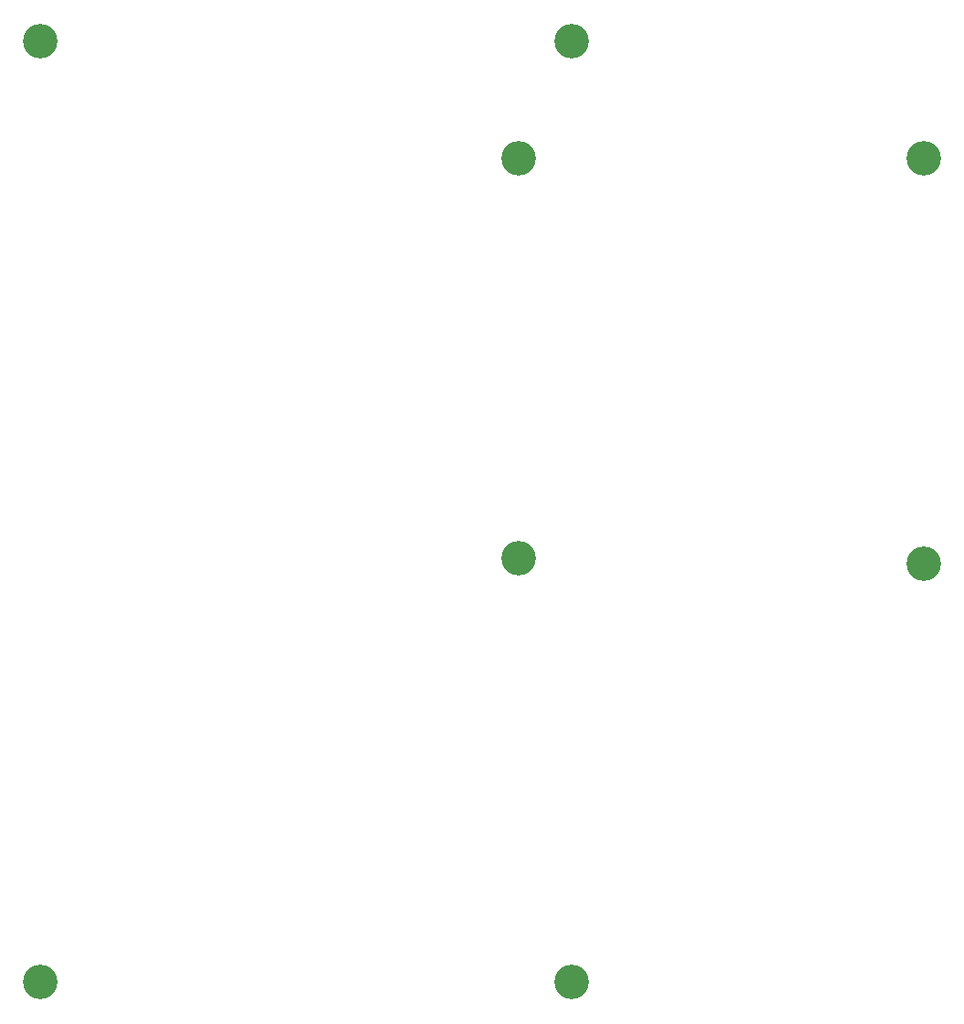
<source format=gbr>
%TF.GenerationSoftware,KiCad,Pcbnew,8.0.1*%
%TF.CreationDate,2024-04-06T23:47:09-04:00*%
%TF.ProjectId,MainBoard1 (1),4d61696e-426f-4617-9264-31202831292e,rev?*%
%TF.SameCoordinates,Original*%
%TF.FileFunction,NonPlated,1,2,NPTH,Drill*%
%TF.FilePolarity,Positive*%
%FSLAX46Y46*%
G04 Gerber Fmt 4.6, Leading zero omitted, Abs format (unit mm)*
G04 Created by KiCad (PCBNEW 8.0.1) date 2024-04-06 23:47:09*
%MOMM*%
%LPD*%
G01*
G04 APERTURE LIST*
%TA.AperFunction,ComponentDrill*%
%ADD10C,3.200000*%
%TD*%
G04 APERTURE END LIST*
D10*
%TO.C,H2*%
X86385400Y-51181000D03*
%TO.C,H4*%
X86385400Y-138265000D03*
%TO.C,U9*%
X130675000Y-61995000D03*
X130675000Y-98995000D03*
%TO.C,H1*%
X135593400Y-51181000D03*
%TO.C,H3*%
X135593400Y-138265000D03*
%TO.C,U9*%
X168175000Y-61995000D03*
X168175000Y-99495000D03*
M02*

</source>
